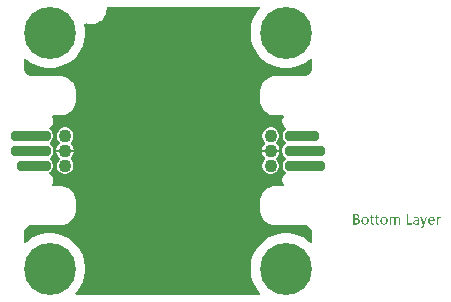
<source format=gbl>
G04*
G04 #@! TF.GenerationSoftware,Altium Limited,Altium Designer,22.4.2 (48)*
G04*
G04 Layer_Physical_Order=2*
G04 Layer_Color=16711680*
%FSAX44Y44*%
%MOMM*%
G71*
G04*
G04 #@! TF.SameCoordinates,3CED078E-C40B-4900-A66E-FCBC5E85EC31*
G04*
G04*
G04 #@! TF.FilePolarity,Positive*
G04*
G01*
G75*
%ADD13C,0.2000*%
%ADD19C,1.1000*%
%ADD24C,4.4000*%
%ADD25C,0.6000*%
G04:AMPARAMS|DCode=26|XSize=0.9mm|YSize=3.4mm|CornerRadius=0.351mm|HoleSize=0mm|Usage=FLASHONLY|Rotation=90.000|XOffset=0mm|YOffset=0mm|HoleType=Round|Shape=RoundedRectangle|*
%AMROUNDEDRECTD26*
21,1,0.9000,2.6980,0,0,90.0*
21,1,0.1980,3.4000,0,0,90.0*
1,1,0.7020,1.3490,0.0990*
1,1,0.7020,1.3490,-0.0990*
1,1,0.7020,-1.3490,-0.0990*
1,1,0.7020,-1.3490,0.0990*
%
%ADD26ROUNDEDRECTD26*%
G04:AMPARAMS|DCode=27|XSize=0.9mm|YSize=2.9mm|CornerRadius=0.351mm|HoleSize=0mm|Usage=FLASHONLY|Rotation=90.000|XOffset=0mm|YOffset=0mm|HoleType=Round|Shape=RoundedRectangle|*
%AMROUNDEDRECTD27*
21,1,0.9000,2.1980,0,0,90.0*
21,1,0.1980,2.9000,0,0,90.0*
1,1,0.7020,1.0990,0.0990*
1,1,0.7020,1.0990,-0.0990*
1,1,0.7020,-1.0990,-0.0990*
1,1,0.7020,-1.0990,0.0990*
%
%ADD27ROUNDEDRECTD27*%
G36*
X00078342Y00120768D02*
X00077117Y00119544D01*
X00074342Y00115723D01*
X00072198Y00111516D01*
X00070739Y00107025D01*
X00070000Y00102361D01*
X00070000Y00097639D01*
X00070739Y00092975D01*
X00072198Y00088484D01*
X00074342Y00084277D01*
X00077117Y00080456D01*
X00080456Y00077117D01*
X00084277Y00074342D01*
X00088484Y00072198D01*
X00092975Y00070739D01*
X00097639Y00070000D01*
X00102361Y00070000D01*
X00107025Y00070739D01*
X00111516Y00072198D01*
X00115723Y00074342D01*
X00119544Y00077117D01*
X00120768Y00078342D01*
X00121941Y00077856D01*
X00121941Y00069316D01*
X00121675Y00067975D01*
X00121151Y00066712D01*
X00120392Y00065575D01*
X00119425Y00064608D01*
X00118288Y00063849D01*
X00117025Y00063325D01*
X00115684Y00063059D01*
X00091000Y00063059D01*
X00090925Y00063044D01*
X00090850Y00063055D01*
X00089870Y00063007D01*
X00089650Y00062952D01*
X00089423Y00062952D01*
X00087500Y00062569D01*
X00087222Y00062454D01*
X00086927Y00062395D01*
X00085116Y00061645D01*
X00084865Y00061478D01*
X00084587Y00061362D01*
X00082957Y00060273D01*
X00082744Y00060060D01*
X00082493Y00059893D01*
X00081107Y00058507D01*
X00080940Y00058256D01*
X00080727Y00058043D01*
X00079638Y00056413D01*
X00079522Y00056135D01*
X00079355Y00055884D01*
X00078605Y00054073D01*
X00078546Y00053778D01*
X00078431Y00053500D01*
X00078048Y00051577D01*
X00078048Y00051350D01*
X00077993Y00051130D01*
X00077945Y00050150D01*
X00077956Y00050076D01*
X00077941Y00050002D01*
X00077937Y00043002D01*
X00077946Y00042954D01*
X00077938Y00042906D01*
X00077968Y00041926D01*
X00078026Y00041678D01*
X00078026Y00041423D01*
X00078408Y00039500D01*
X00078524Y00039222D01*
X00078582Y00038926D01*
X00079332Y00037115D01*
X00079500Y00036865D01*
X00079615Y00036587D01*
X00080704Y00034957D01*
X00080917Y00034744D01*
X00081085Y00034493D01*
X00082471Y00033107D01*
X00082721Y00032940D01*
X00082934Y00032727D01*
X00084564Y00031637D01*
X00084843Y00031522D01*
X00085093Y00031355D01*
X00086904Y00030605D01*
X00087199Y00030546D01*
X00087478Y00030431D01*
X00089401Y00030048D01*
X00089627Y00030048D01*
X00089847Y00029993D01*
X00090828Y00029945D01*
X00090903Y00029956D01*
X00090977Y00029941D01*
X00097510Y00029941D01*
X00098189Y00028671D01*
X00097310Y00027357D01*
X00096842Y00025000D01*
X00097310Y00022643D01*
X00098645Y00020645D01*
X00100218Y00019595D01*
X00100277Y00019387D01*
X00100236Y00018233D01*
X00100218Y00018184D01*
X00098898Y00017302D01*
X00097791Y00015645D01*
X00097402Y00013690D01*
X00097402Y00011710D01*
X00097791Y00009755D01*
X00098898Y00008098D01*
X00100008Y00007356D01*
X00100056Y00007196D01*
X00099960Y00005913D01*
X00098538Y00004963D01*
X00097320Y00003140D01*
X00096892Y00000990D01*
X00096892Y-00000990D01*
X00097320Y-00003140D01*
X00098538Y-00004963D01*
X00099960Y-00005913D01*
X00100056Y-00007196D01*
X00100008Y-00007356D01*
X00098898Y-00008098D01*
X00097791Y-00009755D01*
X00097402Y-00011710D01*
X00097402Y-00013690D01*
X00097791Y-00015645D01*
X00098898Y-00017302D01*
X00100218Y-00018184D01*
X00100236Y-00018233D01*
X00100277Y-00019387D01*
X00100218Y-00019595D01*
X00098645Y-00020645D01*
X00097310Y-00022643D01*
X00096842Y-00025000D01*
X00097310Y-00027357D01*
X00098189Y-00028671D01*
X00097510Y-00029941D01*
X00091000Y-00029941D01*
X00090926Y-00029956D01*
X00090851Y-00029945D01*
X00089866Y-00029993D01*
X00089646Y-00030048D01*
X00089419Y-00030048D01*
X00087496Y-00030431D01*
X00087218Y-00030546D01*
X00086922Y-00030605D01*
X00085111Y-00031355D01*
X00084861Y-00031522D01*
X00084582Y-00031638D01*
X00082952Y-00032727D01*
X00082739Y-00032940D01*
X00082489Y-00033107D01*
X00081103Y-00034493D01*
X00080935Y-00034744D01*
X00080722Y-00034957D01*
X00079633Y-00036587D01*
X00079518Y-00036865D01*
X00079351Y-00037115D01*
X00078600Y-00038927D01*
X00078542Y-00039222D01*
X00078426Y-00039500D01*
X00078044Y-00041423D01*
X00078044Y-00041650D01*
X00077989Y-00041870D01*
X00077941Y-00042850D01*
X00077952Y-00042926D01*
X00077937Y-00043002D01*
X00077941Y-00050002D01*
X00077956Y-00050076D01*
X00077945Y-00050150D01*
X00077993Y-00051130D01*
X00078048Y-00051350D01*
X00078048Y-00051577D01*
X00078431Y-00053500D01*
X00078546Y-00053778D01*
X00078605Y-00054073D01*
X00079355Y-00055884D01*
X00079522Y-00056135D01*
X00079638Y-00056413D01*
X00080727Y-00058043D01*
X00080940Y-00058256D01*
X00081107Y-00058507D01*
X00082493Y-00059893D01*
X00082744Y-00060060D01*
X00082957Y-00060273D01*
X00084587Y-00061362D01*
X00084865Y-00061478D01*
X00085116Y-00061645D01*
X00086927Y-00062395D01*
X00087222Y-00062454D01*
X00087500Y-00062569D01*
X00089423Y-00062952D01*
X00089650Y-00062952D01*
X00089870Y-00063007D01*
X00090850Y-00063055D01*
X00090925Y-00063044D01*
X00091000Y-00063059D01*
X00115000Y-00063059D01*
X00115684Y-00063059D01*
X00117025Y-00063325D01*
X00118288Y-00063849D01*
X00119425Y-00064608D01*
X00120392Y-00065575D01*
X00121151Y-00066712D01*
X00121675Y-00067975D01*
X00121941Y-00069316D01*
X00121941Y-00070000D01*
X00121941Y-00077856D01*
X00120768Y-00078342D01*
X00119544Y-00077117D01*
X00115723Y-00074342D01*
X00111516Y-00072198D01*
X00107025Y-00070739D01*
X00102361Y-00070000D01*
X00097639Y-00070000D01*
X00092975Y-00070739D01*
X00088484Y-00072198D01*
X00084277Y-00074342D01*
X00080456Y-00077117D01*
X00077117Y-00080456D01*
X00074342Y-00084277D01*
X00072198Y-00088484D01*
X00070739Y-00092975D01*
X00070000Y-00097639D01*
X00070000Y-00102361D01*
X00070739Y-00107025D01*
X00072198Y-00111516D01*
X00074342Y-00115723D01*
X00077117Y-00119544D01*
X00078342Y-00120768D01*
X00077856Y-00121941D01*
X-00077856Y-00121941D01*
X-00078342Y-00120768D01*
X-00077117Y-00119544D01*
X-00074342Y-00115723D01*
X-00072198Y-00111516D01*
X-00070739Y-00107025D01*
X-00070000Y-00102361D01*
X-00070000Y-00097639D01*
X-00070739Y-00092975D01*
X-00072198Y-00088484D01*
X-00074342Y-00084277D01*
X-00077117Y-00080456D01*
X-00080456Y-00077117D01*
X-00084277Y-00074342D01*
X-00088484Y-00072198D01*
X-00092975Y-00070739D01*
X-00097639Y-00070000D01*
X-00102361Y-00070000D01*
X-00107025Y-00070739D01*
X-00111516Y-00072198D01*
X-00115723Y-00074342D01*
X-00119544Y-00077117D01*
X-00120768Y-00078342D01*
X-00121941Y-00077856D01*
X-00121941Y-00069880D01*
X-00121941Y-00069879D01*
X-00121941Y-00069316D01*
X-00121675Y-00067975D01*
X-00121152Y-00066712D01*
X-00120392Y-00065575D01*
X-00119425Y-00064608D01*
X-00118288Y-00063849D01*
X-00117025Y-00063325D01*
X-00115684Y-00063059D01*
X-00091000Y-00063059D01*
X-00090925Y-00063044D01*
X-00090850Y-00063055D01*
X-00089870Y-00063007D01*
X-00089650Y-00062952D01*
X-00089423Y-00062952D01*
X-00087500Y-00062569D01*
X-00087222Y-00062454D01*
X-00086927Y-00062395D01*
X-00085116Y-00061645D01*
X-00084865Y-00061478D01*
X-00084587Y-00061362D01*
X-00082957Y-00060273D01*
X-00082744Y-00060060D01*
X-00082493Y-00059893D01*
X-00081107Y-00058507D01*
X-00080940Y-00058256D01*
X-00080727Y-00058043D01*
X-00079638Y-00056413D01*
X-00079522Y-00056135D01*
X-00079355Y-00055884D01*
X-00078605Y-00054073D01*
X-00078546Y-00053778D01*
X-00078431Y-00053499D01*
X-00078048Y-00051577D01*
X-00078048Y-00051350D01*
X-00077993Y-00051130D01*
X-00077945Y-00050150D01*
X-00077956Y-00050075D01*
X-00077941Y-00050000D01*
X-00077941Y-00043000D01*
X-00077956Y-00042925D01*
X-00077945Y-00042850D01*
X-00077993Y-00041870D01*
X-00078048Y-00041650D01*
X-00078048Y-00041423D01*
X-00078431Y-00039501D01*
X-00078546Y-00039222D01*
X-00078605Y-00038927D01*
X-00079355Y-00037116D01*
X-00079523Y-00036865D01*
X-00079638Y-00036587D01*
X-00080727Y-00034957D01*
X-00080940Y-00034744D01*
X-00081107Y-00034493D01*
X-00082493Y-00033107D01*
X-00082744Y-00032940D01*
X-00082957Y-00032727D01*
X-00084587Y-00031638D01*
X-00084865Y-00031522D01*
X-00085116Y-00031355D01*
X-00086927Y-00030605D01*
X-00087222Y-00030546D01*
X-00087501Y-00030431D01*
X-00089423Y-00030048D01*
X-00089650Y-00030048D01*
X-00089870Y-00029993D01*
X-00090850Y-00029945D01*
X-00090925Y-00029956D01*
X-00091000Y-00029941D01*
X-00097510Y-00029941D01*
X-00098189Y-00028671D01*
X-00097311Y-00027357D01*
X-00096842Y-00025000D01*
X-00097311Y-00022643D01*
X-00098645Y-00020645D01*
X-00100218Y-00019595D01*
X-00100277Y-00019387D01*
X-00100237Y-00018233D01*
X-00100218Y-00018184D01*
X-00098898Y-00017302D01*
X-00097791Y-00015645D01*
X-00097402Y-00013690D01*
X-00097402Y-00011710D01*
X-00097791Y-00009755D01*
X-00098898Y-00008098D01*
X-00100008Y-00007356D01*
X-00100056Y-00007196D01*
X-00099960Y-00005913D01*
X-00098538Y-00004963D01*
X-00097320Y-00003140D01*
X-00096892Y-00000990D01*
X-00096892Y00000990D01*
X-00097320Y00003140D01*
X-00098538Y00004963D01*
X-00099960Y00005913D01*
X-00100056Y00007196D01*
X-00100008Y00007356D01*
X-00098898Y00008098D01*
X-00097791Y00009755D01*
X-00097402Y00011710D01*
X-00097402Y00013690D01*
X-00097791Y00015645D01*
X-00098898Y00017302D01*
X-00100218Y00018184D01*
X-00100237Y00018233D01*
X-00100277Y00019387D01*
X-00100218Y00019595D01*
X-00098645Y00020645D01*
X-00097311Y00022643D01*
X-00096842Y00025000D01*
X-00097311Y00027357D01*
X-00098189Y00028671D01*
X-00097510Y00029941D01*
X-00091000Y00029941D01*
X-00090925Y00029956D01*
X-00090850Y00029945D01*
X-00089870Y00029993D01*
X-00089650Y00030048D01*
X-00089423Y00030048D01*
X-00087501Y00030431D01*
X-00087222Y00030546D01*
X-00086927Y00030605D01*
X-00085116Y00031355D01*
X-00084865Y00031522D01*
X-00084587Y00031638D01*
X-00082957Y00032727D01*
X-00082744Y00032940D01*
X-00082493Y00033107D01*
X-00081107Y00034493D01*
X-00080940Y00034744D01*
X-00080727Y00034957D01*
X-00079638Y00036587D01*
X-00079522Y00036865D01*
X-00079355Y00037115D01*
X-00078605Y00038927D01*
X-00078546Y00039222D01*
X-00078431Y00039500D01*
X-00078048Y00041423D01*
X-00078048Y00041650D01*
X-00077993Y00041870D01*
X-00077945Y00042850D01*
X-00077956Y00042925D01*
X-00077941Y00043000D01*
X-00077941Y00050000D01*
X-00077956Y00050075D01*
X-00077945Y00050150D01*
X-00077993Y00051130D01*
X-00078048Y00051350D01*
X-00078048Y00051577D01*
X-00078431Y00053500D01*
X-00078546Y00053778D01*
X-00078605Y00054073D01*
X-00079355Y00055884D01*
X-00079522Y00056135D01*
X-00079638Y00056413D01*
X-00080727Y00058043D01*
X-00080940Y00058256D01*
X-00081107Y00058507D01*
X-00082493Y00059893D01*
X-00082744Y00060060D01*
X-00082957Y00060273D01*
X-00084587Y00061362D01*
X-00084865Y00061478D01*
X-00085116Y00061645D01*
X-00086927Y00062395D01*
X-00087222Y00062454D01*
X-00087500Y00062569D01*
X-00089423Y00062952D01*
X-00089650Y00062952D01*
X-00089870Y00063007D01*
X-00090850Y00063055D01*
X-00090925Y00063044D01*
X-00091000Y00063059D01*
X-00115684Y00063059D01*
X-00117025Y00063325D01*
X-00118288Y00063849D01*
X-00119425Y00064608D01*
X-00120392Y00065575D01*
X-00121152Y00066712D01*
X-00121675Y00067975D01*
X-00121941Y00069316D01*
X-00121941Y00069879D01*
X-00121941Y00069880D01*
X-00121941Y00077856D01*
X-00120768Y00078342D01*
X-00119544Y00077117D01*
X-00115723Y00074342D01*
X-00111516Y00072198D01*
X-00107025Y00070739D01*
X-00102361Y00070000D01*
X-00097639Y00070000D01*
X-00092975Y00070739D01*
X-00088484Y00072198D01*
X-00084277Y00074342D01*
X-00080456Y00077117D01*
X-00077117Y00080456D01*
X-00074342Y00084277D01*
X-00072198Y00088484D01*
X-00070739Y00092975D01*
X-00070000Y00097639D01*
X-00070000Y00102361D01*
X-00070718Y00106894D01*
X-00070425Y00107325D01*
X-00069665Y00107830D01*
X-00069619Y00107807D01*
X-00067097Y00107131D01*
X-00066698Y00107105D01*
X-00066305Y00107027D01*
X-00063695Y00107027D01*
X-00063302Y00107105D01*
X-00062903Y00107131D01*
X-00060382Y00107807D01*
X-00060023Y00107984D01*
X-00059644Y00108112D01*
X-00057383Y00109418D01*
X-00057082Y00109682D01*
X-00056750Y00109904D01*
X-00054904Y00111750D01*
X-00054681Y00112083D01*
X-00054418Y00112383D01*
X-00053112Y00114644D01*
X-00052984Y00115023D01*
X-00052807Y00115382D01*
X-00052131Y00117903D01*
X-00052112Y00118204D01*
X-00052034Y00118495D01*
X-00051948Y00119800D01*
X-00051961Y00119901D01*
X-00051941Y00120000D01*
X-00051941Y00121941D01*
X00077856Y00121941D01*
X00078342Y00120768D01*
X00078342Y00120768D02*
G37*
G36*
X00194783Y-00055988D02*
X00194830Y-00055988D01*
X00194885Y-00055995D01*
X00195019Y-00056019D01*
X00195176Y-00056058D01*
X00195356Y-00056113D01*
X00195544Y-00056200D01*
X00195741Y-00056302D01*
X00195843Y-00056372D01*
X00195937Y-00056443D01*
X00196031Y-00056521D01*
X00196125Y-00056616D01*
X00196219Y-00056718D01*
X00196306Y-00056828D01*
X00196384Y-00056945D01*
X00196463Y-00057079D01*
X00196533Y-00057220D01*
X00196596Y-00057377D01*
X00196651Y-00057542D01*
X00196706Y-00057722D01*
X00196737Y-00057911D01*
X00196769Y-00058123D01*
X00196784Y-00058342D01*
X00196792Y-00058578D01*
X00196792Y-00062502D01*
X00195772Y-00062502D01*
X00195772Y-00058845D01*
X00195772Y-00058829D01*
X00195772Y-00058797D01*
X00195772Y-00058743D01*
X00195764Y-00058672D01*
X00195764Y-00058586D01*
X00195756Y-00058484D01*
X00195749Y-00058374D01*
X00195733Y-00058256D01*
X00195694Y-00058005D01*
X00195631Y-00057754D01*
X00195599Y-00057628D01*
X00195552Y-00057518D01*
X00195497Y-00057408D01*
X00195442Y-00057314D01*
X00195442Y-00057306D01*
X00195427Y-00057291D01*
X00195411Y-00057267D01*
X00195380Y-00057243D01*
X00195348Y-00057204D01*
X00195301Y-00057165D01*
X00195246Y-00057126D01*
X00195183Y-00057079D01*
X00195113Y-00057032D01*
X00195034Y-00056992D01*
X00194940Y-00056953D01*
X00194846Y-00056914D01*
X00194736Y-00056890D01*
X00194611Y-00056867D01*
X00194485Y-00056851D01*
X00194344Y-00056843D01*
X00194281Y-00056843D01*
X00194234Y-00056851D01*
X00194179Y-00056859D01*
X00194116Y-00056875D01*
X00193959Y-00056914D01*
X00193873Y-00056945D01*
X00193786Y-00056992D01*
X00193692Y-00057039D01*
X00193606Y-00057094D01*
X00193512Y-00057165D01*
X00193417Y-00057243D01*
X00193323Y-00057338D01*
X00193237Y-00057440D01*
X00193229Y-00057448D01*
X00193221Y-00057463D01*
X00193198Y-00057502D01*
X00193166Y-00057542D01*
X00193135Y-00057604D01*
X00193096Y-00057675D01*
X00193049Y-00057754D01*
X00193009Y-00057840D01*
X00192970Y-00057942D01*
X00192923Y-00058052D01*
X00192884Y-00058170D01*
X00192852Y-00058295D01*
X00192821Y-00058429D01*
X00192805Y-00058570D01*
X00192790Y-00058711D01*
X00192782Y-00058868D01*
X00192782Y-00062502D01*
X00191761Y-00062502D01*
X00191761Y-00058719D01*
X00191761Y-00058711D01*
X00191761Y-00058696D01*
X00191761Y-00058672D01*
X00191761Y-00058640D01*
X00191754Y-00058593D01*
X00191754Y-00058546D01*
X00191738Y-00058429D01*
X00191714Y-00058287D01*
X00191683Y-00058123D01*
X00191644Y-00057958D01*
X00191581Y-00057777D01*
X00191502Y-00057604D01*
X00191408Y-00057440D01*
X00191290Y-00057275D01*
X00191149Y-00057134D01*
X00190984Y-00057016D01*
X00190890Y-00056969D01*
X00190788Y-00056922D01*
X00190678Y-00056890D01*
X00190568Y-00056867D01*
X00190443Y-00056851D01*
X00190309Y-00056843D01*
X00190247Y-00056843D01*
X00190200Y-00056851D01*
X00190137Y-00056859D01*
X00190074Y-00056875D01*
X00189917Y-00056914D01*
X00189831Y-00056945D01*
X00189744Y-00056985D01*
X00189650Y-00057024D01*
X00189556Y-00057079D01*
X00189462Y-00057149D01*
X00189368Y-00057220D01*
X00189281Y-00057306D01*
X00189195Y-00057408D01*
X00189187Y-00057416D01*
X00189179Y-00057432D01*
X00189156Y-00057463D01*
X00189124Y-00057510D01*
X00189093Y-00057565D01*
X00189062Y-00057628D01*
X00189022Y-00057706D01*
X00188983Y-00057801D01*
X00188936Y-00057903D01*
X00188897Y-00058013D01*
X00188865Y-00058130D01*
X00188834Y-00058256D01*
X00188803Y-00058397D01*
X00188779Y-00058546D01*
X00188771Y-00058703D01*
X00188763Y-00058868D01*
X00188763Y-00062502D01*
X00187743Y-00062502D01*
X00187743Y-00056129D01*
X00188763Y-00056129D01*
X00188763Y-00057141D01*
X00188787Y-00057141D01*
X00188795Y-00057126D01*
X00188818Y-00057094D01*
X00188857Y-00057032D01*
X00188912Y-00056961D01*
X00188983Y-00056875D01*
X00189069Y-00056773D01*
X00189171Y-00056670D01*
X00189289Y-00056561D01*
X00189422Y-00056451D01*
X00189572Y-00056349D01*
X00189736Y-00056247D01*
X00189909Y-00056160D01*
X00190105Y-00056090D01*
X00190317Y-00056027D01*
X00190537Y-00055995D01*
X00190772Y-00055980D01*
X00190835Y-00055980D01*
X00190882Y-00055988D01*
X00190937Y-00055988D01*
X00191008Y-00055995D01*
X00191079Y-00056011D01*
X00191157Y-00056027D01*
X00191338Y-00056066D01*
X00191526Y-00056137D01*
X00191714Y-00056223D01*
X00191808Y-00056286D01*
X00191903Y-00056349D01*
X00191910Y-00056357D01*
X00191926Y-00056364D01*
X00191950Y-00056388D01*
X00191981Y-00056411D01*
X00192068Y-00056498D01*
X00192169Y-00056600D01*
X00192279Y-00056741D01*
X00192389Y-00056906D01*
X00192491Y-00057094D01*
X00192570Y-00057306D01*
X00192578Y-00057291D01*
X00192601Y-00057251D01*
X00192648Y-00057181D01*
X00192703Y-00057102D01*
X00192782Y-00057000D01*
X00192868Y-00056882D01*
X00192978Y-00056765D01*
X00193104Y-00056639D01*
X00193245Y-00056521D01*
X00193402Y-00056396D01*
X00193574Y-00056286D01*
X00193763Y-00056184D01*
X00193975Y-00056105D01*
X00194195Y-00056035D01*
X00194438Y-00055995D01*
X00194689Y-00055980D01*
X00194744Y-00055980D01*
X00194783Y-00055988D01*
X00194783Y-00055988D02*
G37*
G36*
X00230384Y-00056027D02*
X00230471Y-00056027D01*
X00230565Y-00056043D01*
X00230667Y-00056058D01*
X00230769Y-00056074D01*
X00230855Y-00056105D01*
X00230855Y-00057165D01*
X00230840Y-00057157D01*
X00230808Y-00057134D01*
X00230745Y-00057102D01*
X00230659Y-00057063D01*
X00230541Y-00057024D01*
X00230416Y-00056992D01*
X00230259Y-00056969D01*
X00230078Y-00056961D01*
X00230016Y-00056961D01*
X00229968Y-00056969D01*
X00229914Y-00056977D01*
X00229851Y-00056992D01*
X00229701Y-00057039D01*
X00229615Y-00057071D01*
X00229529Y-00057110D01*
X00229435Y-00057165D01*
X00229340Y-00057220D01*
X00229254Y-00057291D01*
X00229160Y-00057377D01*
X00229074Y-00057471D01*
X00228987Y-00057581D01*
X00228979Y-00057589D01*
X00228972Y-00057612D01*
X00228948Y-00057644D01*
X00228917Y-00057691D01*
X00228885Y-00057754D01*
X00228846Y-00057832D01*
X00228807Y-00057919D01*
X00228768Y-00058021D01*
X00228728Y-00058130D01*
X00228689Y-00058256D01*
X00228650Y-00058397D01*
X00228618Y-00058546D01*
X00228587Y-00058711D01*
X00228563Y-00058884D01*
X00228556Y-00059064D01*
X00228548Y-00059261D01*
X00228548Y-00062502D01*
X00227528Y-00062502D01*
X00227528Y-00056129D01*
X00228548Y-00056129D01*
X00228548Y-00057448D01*
X00228571Y-00057448D01*
X00228571Y-00057440D01*
X00228579Y-00057416D01*
X00228595Y-00057385D01*
X00228611Y-00057338D01*
X00228634Y-00057283D01*
X00228666Y-00057212D01*
X00228736Y-00057063D01*
X00228830Y-00056890D01*
X00228948Y-00056718D01*
X00229081Y-00056553D01*
X00229238Y-00056396D01*
X00229246Y-00056388D01*
X00229262Y-00056380D01*
X00229286Y-00056364D01*
X00229317Y-00056333D01*
X00229356Y-00056309D01*
X00229411Y-00056278D01*
X00229529Y-00056207D01*
X00229678Y-00056137D01*
X00229851Y-00056074D01*
X00230039Y-00056035D01*
X00230141Y-00056027D01*
X00230243Y-00056019D01*
X00230306Y-00056019D01*
X00230384Y-00056027D01*
X00230384Y-00056027D02*
G37*
G36*
X00216838Y-00063522D02*
X00216838Y-00063530D01*
X00216830Y-00063546D01*
X00216814Y-00063569D01*
X00216798Y-00063609D01*
X00216783Y-00063656D01*
X00216759Y-00063703D01*
X00216696Y-00063828D01*
X00216610Y-00063978D01*
X00216516Y-00064150D01*
X00216398Y-00064323D01*
X00216265Y-00064511D01*
X00216116Y-00064692D01*
X00215951Y-00064872D01*
X00215770Y-00065045D01*
X00215574Y-00065194D01*
X00215362Y-00065320D01*
X00215252Y-00065367D01*
X00215135Y-00065414D01*
X00215017Y-00065453D01*
X00214891Y-00065477D01*
X00214766Y-00065492D01*
X00214632Y-00065500D01*
X00214569Y-00065500D01*
X00214491Y-00065492D01*
X00214397Y-00065492D01*
X00214295Y-00065477D01*
X00214185Y-00065461D01*
X00214067Y-00065445D01*
X00213965Y-00065414D01*
X00213965Y-00064503D01*
X00213981Y-00064511D01*
X00214020Y-00064519D01*
X00214083Y-00064535D01*
X00214161Y-00064558D01*
X00214256Y-00064582D01*
X00214357Y-00064598D01*
X00214467Y-00064605D01*
X00214569Y-00064613D01*
X00214601Y-00064613D01*
X00214640Y-00064605D01*
X00214695Y-00064598D01*
X00214758Y-00064582D01*
X00214836Y-00064566D01*
X00214915Y-00064535D01*
X00215009Y-00064496D01*
X00215095Y-00064448D01*
X00215197Y-00064386D01*
X00215292Y-00064315D01*
X00215386Y-00064229D01*
X00215480Y-00064119D01*
X00215574Y-00064001D01*
X00215653Y-00063860D01*
X00215731Y-00063695D01*
X00216241Y-00062494D01*
X00213753Y-00056129D01*
X00214883Y-00056129D01*
X00216610Y-00061034D01*
X00216610Y-00061042D01*
X00216618Y-00061058D01*
X00216626Y-00061081D01*
X00216642Y-00061129D01*
X00216657Y-00061191D01*
X00216673Y-00061278D01*
X00216704Y-00061388D01*
X00216736Y-00061521D01*
X00216775Y-00061521D01*
X00216775Y-00061513D01*
X00216783Y-00061490D01*
X00216791Y-00061458D01*
X00216806Y-00061403D01*
X00216822Y-00061340D01*
X00216838Y-00061262D01*
X00216869Y-00061160D01*
X00216901Y-00061050D01*
X00218713Y-00056129D01*
X00219765Y-00056129D01*
X00216838Y-00063522D01*
X00216838Y-00063522D02*
G37*
G36*
X00210622Y-00055988D02*
X00210676Y-00055988D01*
X00210732Y-00055995D01*
X00210802Y-00056003D01*
X00210881Y-00056019D01*
X00211045Y-00056051D01*
X00211242Y-00056105D01*
X00211438Y-00056176D01*
X00211650Y-00056278D01*
X00211862Y-00056404D01*
X00211964Y-00056474D01*
X00212066Y-00056561D01*
X00212160Y-00056655D01*
X00212254Y-00056749D01*
X00212340Y-00056859D01*
X00212419Y-00056985D01*
X00212497Y-00057110D01*
X00212568Y-00057251D01*
X00212623Y-00057408D01*
X00212678Y-00057573D01*
X00212717Y-00057746D01*
X00212749Y-00057942D01*
X00212764Y-00058138D01*
X00212772Y-00058358D01*
X00212772Y-00062502D01*
X00211752Y-00062502D01*
X00211752Y-00061513D01*
X00211728Y-00061513D01*
X00211720Y-00061529D01*
X00211697Y-00061560D01*
X00211658Y-00061615D01*
X00211603Y-00061694D01*
X00211532Y-00061780D01*
X00211446Y-00061874D01*
X00211352Y-00061976D01*
X00211234Y-00062078D01*
X00211100Y-00062188D01*
X00210959Y-00062290D01*
X00210794Y-00062384D01*
X00210622Y-00062471D01*
X00210425Y-00062549D01*
X00210221Y-00062604D01*
X00210002Y-00062635D01*
X00209766Y-00062651D01*
X00209672Y-00062651D01*
X00209609Y-00062643D01*
X00209531Y-00062635D01*
X00209436Y-00062628D01*
X00209334Y-00062612D01*
X00209224Y-00062588D01*
X00208981Y-00062526D01*
X00208864Y-00062486D01*
X00208738Y-00062439D01*
X00208612Y-00062384D01*
X00208495Y-00062314D01*
X00208385Y-00062235D01*
X00208275Y-00062149D01*
X00208267Y-00062141D01*
X00208251Y-00062125D01*
X00208228Y-00062094D01*
X00208188Y-00062055D01*
X00208149Y-00062008D01*
X00208110Y-00061945D01*
X00208055Y-00061874D01*
X00208008Y-00061796D01*
X00207961Y-00061701D01*
X00207914Y-00061599D01*
X00207867Y-00061490D01*
X00207827Y-00061372D01*
X00207788Y-00061246D01*
X00207765Y-00061113D01*
X00207749Y-00060964D01*
X00207741Y-00060815D01*
X00207741Y-00060807D01*
X00207741Y-00060791D01*
X00207741Y-00060767D01*
X00207749Y-00060736D01*
X00207749Y-00060697D01*
X00207757Y-00060650D01*
X00207773Y-00060532D01*
X00207804Y-00060391D01*
X00207851Y-00060234D01*
X00207914Y-00060061D01*
X00208008Y-00059881D01*
X00208118Y-00059700D01*
X00208251Y-00059520D01*
X00208338Y-00059433D01*
X00208424Y-00059347D01*
X00208526Y-00059261D01*
X00208628Y-00059182D01*
X00208746Y-00059104D01*
X00208871Y-00059033D01*
X00209005Y-00058970D01*
X00209154Y-00058907D01*
X00209311Y-00058852D01*
X00209476Y-00058805D01*
X00209656Y-00058766D01*
X00209845Y-00058735D01*
X00211752Y-00058468D01*
X00211752Y-00058460D01*
X00211752Y-00058452D01*
X00211752Y-00058429D01*
X00211752Y-00058397D01*
X00211744Y-00058319D01*
X00211728Y-00058217D01*
X00211713Y-00058091D01*
X00211681Y-00057950D01*
X00211642Y-00057809D01*
X00211587Y-00057652D01*
X00211516Y-00057502D01*
X00211430Y-00057353D01*
X00211328Y-00057220D01*
X00211202Y-00057094D01*
X00211045Y-00056992D01*
X00210873Y-00056914D01*
X00210779Y-00056882D01*
X00210669Y-00056859D01*
X00210559Y-00056851D01*
X00210441Y-00056843D01*
X00210386Y-00056843D01*
X00210331Y-00056851D01*
X00210245Y-00056859D01*
X00210143Y-00056867D01*
X00210025Y-00056882D01*
X00209892Y-00056906D01*
X00209750Y-00056937D01*
X00209593Y-00056985D01*
X00209429Y-00057032D01*
X00209256Y-00057094D01*
X00209075Y-00057173D01*
X00208895Y-00057267D01*
X00208714Y-00057369D01*
X00208534Y-00057487D01*
X00208361Y-00057628D01*
X00208361Y-00056584D01*
X00208369Y-00056576D01*
X00208400Y-00056561D01*
X00208455Y-00056529D01*
X00208526Y-00056490D01*
X00208620Y-00056443D01*
X00208722Y-00056396D01*
X00208848Y-00056341D01*
X00208989Y-00056278D01*
X00209138Y-00056223D01*
X00209303Y-00056168D01*
X00209484Y-00056121D01*
X00209672Y-00056074D01*
X00209876Y-00056035D01*
X00210080Y-00056003D01*
X00210300Y-00055988D01*
X00210527Y-00055980D01*
X00210582Y-00055980D01*
X00210622Y-00055988D01*
X00210622Y-00055988D02*
G37*
G36*
X00203401Y-00061560D02*
X00206988Y-00061560D01*
X00206988Y-00062502D01*
X00202357Y-00062502D01*
X00202357Y-00053578D01*
X00203401Y-00053578D01*
X00203401Y-00061560D01*
X00203401Y-00061560D02*
G37*
G36*
X00159731Y-00053586D02*
X00159825Y-00053594D01*
X00159935Y-00053610D01*
X00160061Y-00053625D01*
X00160202Y-00053649D01*
X00160343Y-00053680D01*
X00160493Y-00053720D01*
X00160650Y-00053766D01*
X00160799Y-00053822D01*
X00160956Y-00053884D01*
X00161097Y-00053963D01*
X00161238Y-00054049D01*
X00161372Y-00054151D01*
X00161380Y-00054159D01*
X00161403Y-00054175D01*
X00161434Y-00054206D01*
X00161474Y-00054253D01*
X00161529Y-00054308D01*
X00161583Y-00054379D01*
X00161646Y-00054457D01*
X00161709Y-00054544D01*
X00161772Y-00054646D01*
X00161835Y-00054756D01*
X00161890Y-00054881D01*
X00161945Y-00055007D01*
X00161984Y-00055148D01*
X00162015Y-00055297D01*
X00162039Y-00055454D01*
X00162047Y-00055619D01*
X00162047Y-00055627D01*
X00162047Y-00055650D01*
X00162047Y-00055689D01*
X00162039Y-00055744D01*
X00162031Y-00055815D01*
X00162023Y-00055886D01*
X00162015Y-00055972D01*
X00161999Y-00056066D01*
X00161945Y-00056278D01*
X00161874Y-00056498D01*
X00161827Y-00056616D01*
X00161772Y-00056726D01*
X00161709Y-00056835D01*
X00161639Y-00056945D01*
X00161631Y-00056953D01*
X00161623Y-00056969D01*
X00161599Y-00057000D01*
X00161560Y-00057039D01*
X00161521Y-00057079D01*
X00161474Y-00057134D01*
X00161411Y-00057189D01*
X00161348Y-00057251D01*
X00161270Y-00057314D01*
X00161183Y-00057385D01*
X00161089Y-00057448D01*
X00160987Y-00057518D01*
X00160877Y-00057581D01*
X00160767Y-00057636D01*
X00160508Y-00057738D01*
X00160508Y-00057762D01*
X00160516Y-00057762D01*
X00160548Y-00057769D01*
X00160595Y-00057777D01*
X00160657Y-00057785D01*
X00160736Y-00057801D01*
X00160822Y-00057824D01*
X00160924Y-00057856D01*
X00161026Y-00057887D01*
X00161254Y-00057973D01*
X00161380Y-00058028D01*
X00161497Y-00058099D01*
X00161615Y-00058170D01*
X00161733Y-00058248D01*
X00161850Y-00058342D01*
X00161952Y-00058444D01*
X00161960Y-00058452D01*
X00161976Y-00058468D01*
X00161999Y-00058499D01*
X00162039Y-00058546D01*
X00162078Y-00058609D01*
X00162125Y-00058672D01*
X00162172Y-00058758D01*
X00162227Y-00058845D01*
X00162274Y-00058947D01*
X00162321Y-00059064D01*
X00162368Y-00059182D01*
X00162408Y-00059316D01*
X00162447Y-00059465D01*
X00162470Y-00059614D01*
X00162486Y-00059771D01*
X00162494Y-00059943D01*
X00162494Y-00059959D01*
X00162494Y-00059991D01*
X00162486Y-00060053D01*
X00162478Y-00060132D01*
X00162470Y-00060234D01*
X00162447Y-00060344D01*
X00162423Y-00060469D01*
X00162392Y-00060603D01*
X00162345Y-00060752D01*
X00162290Y-00060901D01*
X00162227Y-00061050D01*
X00162149Y-00061207D01*
X00162055Y-00061364D01*
X00161945Y-00061513D01*
X00161819Y-00061654D01*
X00161670Y-00061796D01*
X00161662Y-00061803D01*
X00161631Y-00061827D01*
X00161583Y-00061858D01*
X00161521Y-00061905D01*
X00161442Y-00061961D01*
X00161340Y-00062015D01*
X00161230Y-00062086D01*
X00161105Y-00062149D01*
X00160956Y-00062212D01*
X00160799Y-00062274D01*
X00160634Y-00062337D01*
X00160445Y-00062392D01*
X00160249Y-00062439D01*
X00160045Y-00062471D01*
X00159825Y-00062494D01*
X00159598Y-00062502D01*
X00157000Y-00062502D01*
X00157000Y-00053578D01*
X00159645Y-00053578D01*
X00159731Y-00053586D01*
X00159731Y-00053586D02*
G37*
G36*
X00177304Y-00056129D02*
X00178913Y-00056129D01*
X00178913Y-00057008D01*
X00177304Y-00057008D01*
X00177304Y-00060595D01*
X00177304Y-00060603D01*
X00177304Y-00060626D01*
X00177304Y-00060658D01*
X00177304Y-00060697D01*
X00177312Y-00060752D01*
X00177320Y-00060815D01*
X00177336Y-00060948D01*
X00177359Y-00061105D01*
X00177398Y-00061254D01*
X00177453Y-00061395D01*
X00177485Y-00061458D01*
X00177524Y-00061513D01*
X00177532Y-00061521D01*
X00177563Y-00061552D01*
X00177618Y-00061599D01*
X00177697Y-00061646D01*
X00177799Y-00061701D01*
X00177924Y-00061741D01*
X00178074Y-00061772D01*
X00178246Y-00061788D01*
X00178309Y-00061788D01*
X00178380Y-00061780D01*
X00178474Y-00061764D01*
X00178576Y-00061733D01*
X00178694Y-00061701D01*
X00178803Y-00061646D01*
X00178913Y-00061576D01*
X00178913Y-00062447D01*
X00178905Y-00062447D01*
X00178898Y-00062455D01*
X00178874Y-00062463D01*
X00178850Y-00062478D01*
X00178764Y-00062510D01*
X00178662Y-00062541D01*
X00178521Y-00062573D01*
X00178356Y-00062604D01*
X00178168Y-00062628D01*
X00177956Y-00062635D01*
X00177885Y-00062635D01*
X00177799Y-00062620D01*
X00177697Y-00062604D01*
X00177571Y-00062580D01*
X00177430Y-00062533D01*
X00177273Y-00062478D01*
X00177124Y-00062400D01*
X00176967Y-00062306D01*
X00176810Y-00062180D01*
X00176669Y-00062031D01*
X00176606Y-00061945D01*
X00176543Y-00061851D01*
X00176488Y-00061749D01*
X00176441Y-00061639D01*
X00176394Y-00061521D01*
X00176355Y-00061388D01*
X00176323Y-00061254D01*
X00176300Y-00061105D01*
X00176292Y-00060948D01*
X00176284Y-00060775D01*
X00176284Y-00057008D01*
X00175193Y-00057008D01*
X00175193Y-00056129D01*
X00176284Y-00056129D01*
X00176284Y-00054575D01*
X00177304Y-00054245D01*
X00177304Y-00056129D01*
X00177304Y-00056129D02*
G37*
G36*
X00172988Y-00056129D02*
X00174597Y-00056129D01*
X00174597Y-00057008D01*
X00172988Y-00057008D01*
X00172988Y-00060595D01*
X00172988Y-00060603D01*
X00172988Y-00060626D01*
X00172988Y-00060658D01*
X00172988Y-00060697D01*
X00172995Y-00060752D01*
X00173003Y-00060815D01*
X00173019Y-00060948D01*
X00173043Y-00061105D01*
X00173082Y-00061254D01*
X00173137Y-00061395D01*
X00173168Y-00061458D01*
X00173207Y-00061513D01*
X00173215Y-00061521D01*
X00173247Y-00061552D01*
X00173302Y-00061599D01*
X00173380Y-00061646D01*
X00173482Y-00061701D01*
X00173608Y-00061741D01*
X00173757Y-00061772D01*
X00173929Y-00061788D01*
X00173992Y-00061788D01*
X00174063Y-00061780D01*
X00174157Y-00061764D01*
X00174259Y-00061733D01*
X00174377Y-00061701D01*
X00174487Y-00061646D01*
X00174597Y-00061576D01*
X00174597Y-00062447D01*
X00174589Y-00062447D01*
X00174581Y-00062455D01*
X00174557Y-00062463D01*
X00174534Y-00062478D01*
X00174447Y-00062510D01*
X00174345Y-00062541D01*
X00174204Y-00062573D01*
X00174039Y-00062604D01*
X00173851Y-00062628D01*
X00173639Y-00062635D01*
X00173568Y-00062635D01*
X00173482Y-00062620D01*
X00173380Y-00062604D01*
X00173254Y-00062580D01*
X00173113Y-00062533D01*
X00172956Y-00062478D01*
X00172807Y-00062400D01*
X00172650Y-00062306D01*
X00172493Y-00062180D01*
X00172352Y-00062031D01*
X00172289Y-00061945D01*
X00172226Y-00061851D01*
X00172171Y-00061749D01*
X00172124Y-00061639D01*
X00172077Y-00061521D01*
X00172038Y-00061388D01*
X00172006Y-00061254D01*
X00171983Y-00061105D01*
X00171975Y-00060948D01*
X00171967Y-00060775D01*
X00171967Y-00057008D01*
X00170876Y-00057008D01*
X00170876Y-00056129D01*
X00171967Y-00056129D01*
X00171967Y-00054575D01*
X00172988Y-00054245D01*
X00172988Y-00056129D01*
X00172988Y-00056129D02*
G37*
G36*
X00223486Y-00055988D02*
X00223572Y-00055995D01*
X00223682Y-00056003D01*
X00223799Y-00056019D01*
X00223933Y-00056051D01*
X00224074Y-00056082D01*
X00224231Y-00056121D01*
X00224388Y-00056176D01*
X00224545Y-00056247D01*
X00224710Y-00056325D01*
X00224867Y-00056419D01*
X00225016Y-00056529D01*
X00225165Y-00056655D01*
X00225299Y-00056796D01*
X00225306Y-00056804D01*
X00225330Y-00056835D01*
X00225361Y-00056882D01*
X00225408Y-00056945D01*
X00225455Y-00057024D01*
X00225518Y-00057126D01*
X00225581Y-00057243D01*
X00225644Y-00057377D01*
X00225707Y-00057534D01*
X00225769Y-00057699D01*
X00225832Y-00057887D01*
X00225879Y-00058083D01*
X00225926Y-00058303D01*
X00225958Y-00058531D01*
X00225981Y-00058782D01*
X00225989Y-00059041D01*
X00225989Y-00059574D01*
X00221484Y-00059574D01*
X00221484Y-00059590D01*
X00221484Y-00059622D01*
X00221492Y-00059676D01*
X00221500Y-00059747D01*
X00221508Y-00059841D01*
X00221523Y-00059943D01*
X00221539Y-00060053D01*
X00221570Y-00060179D01*
X00221641Y-00060446D01*
X00221688Y-00060579D01*
X00221743Y-00060720D01*
X00221806Y-00060854D01*
X00221877Y-00060987D01*
X00221963Y-00061105D01*
X00222057Y-00061223D01*
X00222065Y-00061231D01*
X00222081Y-00061246D01*
X00222112Y-00061278D01*
X00222159Y-00061309D01*
X00222214Y-00061356D01*
X00222285Y-00061403D01*
X00222363Y-00061458D01*
X00222449Y-00061505D01*
X00222551Y-00061560D01*
X00222669Y-00061615D01*
X00222787Y-00061662D01*
X00222928Y-00061709D01*
X00223069Y-00061741D01*
X00223227Y-00061772D01*
X00223391Y-00061788D01*
X00223564Y-00061796D01*
X00223611Y-00061796D01*
X00223666Y-00061788D01*
X00223745Y-00061788D01*
X00223839Y-00061772D01*
X00223948Y-00061756D01*
X00224074Y-00061733D01*
X00224215Y-00061709D01*
X00224364Y-00061670D01*
X00224522Y-00061623D01*
X00224686Y-00061568D01*
X00224851Y-00061497D01*
X00225024Y-00061419D01*
X00225196Y-00061325D01*
X00225369Y-00061215D01*
X00225542Y-00061089D01*
X00225542Y-00062047D01*
X00225534Y-00062055D01*
X00225502Y-00062070D01*
X00225455Y-00062102D01*
X00225393Y-00062141D01*
X00225306Y-00062188D01*
X00225204Y-00062235D01*
X00225087Y-00062290D01*
X00224953Y-00062345D01*
X00224796Y-00062408D01*
X00224631Y-00062463D01*
X00224451Y-00062510D01*
X00224255Y-00062557D01*
X00224043Y-00062596D01*
X00223815Y-00062628D01*
X00223572Y-00062643D01*
X00223321Y-00062651D01*
X00223258Y-00062651D01*
X00223195Y-00062643D01*
X00223101Y-00062635D01*
X00222983Y-00062628D01*
X00222850Y-00062604D01*
X00222708Y-00062580D01*
X00222551Y-00062541D01*
X00222387Y-00062494D01*
X00222214Y-00062439D01*
X00222034Y-00062369D01*
X00221861Y-00062290D01*
X00221680Y-00062188D01*
X00221516Y-00062070D01*
X00221351Y-00061937D01*
X00221201Y-00061788D01*
X00221194Y-00061780D01*
X00221170Y-00061749D01*
X00221131Y-00061694D01*
X00221084Y-00061623D01*
X00221021Y-00061537D01*
X00220958Y-00061427D01*
X00220888Y-00061301D01*
X00220817Y-00061152D01*
X00220746Y-00060995D01*
X00220676Y-00060807D01*
X00220613Y-00060610D01*
X00220550Y-00060391D01*
X00220503Y-00060155D01*
X00220464Y-00059904D01*
X00220440Y-00059629D01*
X00220432Y-00059347D01*
X00220432Y-00059339D01*
X00220432Y-00059331D01*
X00220432Y-00059308D01*
X00220432Y-00059284D01*
X00220440Y-00059206D01*
X00220448Y-00059096D01*
X00220456Y-00058970D01*
X00220479Y-00058829D01*
X00220503Y-00058664D01*
X00220534Y-00058484D01*
X00220581Y-00058295D01*
X00220636Y-00058099D01*
X00220707Y-00057895D01*
X00220786Y-00057691D01*
X00220880Y-00057495D01*
X00220997Y-00057291D01*
X00221123Y-00057102D01*
X00221272Y-00056922D01*
X00221280Y-00056914D01*
X00221311Y-00056882D01*
X00221359Y-00056835D01*
X00221421Y-00056773D01*
X00221508Y-00056702D01*
X00221610Y-00056623D01*
X00221719Y-00056537D01*
X00221853Y-00056451D01*
X00221994Y-00056364D01*
X00222159Y-00056278D01*
X00222332Y-00056200D01*
X00222512Y-00056129D01*
X00222708Y-00056066D01*
X00222920Y-00056019D01*
X00223140Y-00055988D01*
X00223368Y-00055980D01*
X00223423Y-00055980D01*
X00223486Y-00055988D01*
X00223486Y-00055988D02*
G37*
G36*
X00183222Y-00055988D02*
X00183324Y-00055995D01*
X00183442Y-00056003D01*
X00183583Y-00056027D01*
X00183732Y-00056051D01*
X00183897Y-00056090D01*
X00184078Y-00056137D01*
X00184258Y-00056192D01*
X00184439Y-00056262D01*
X00184627Y-00056349D01*
X00184808Y-00056451D01*
X00184988Y-00056568D01*
X00185153Y-00056702D01*
X00185310Y-00056859D01*
X00185318Y-00056867D01*
X00185341Y-00056898D01*
X00185380Y-00056953D01*
X00185435Y-00057024D01*
X00185498Y-00057110D01*
X00185561Y-00057220D01*
X00185639Y-00057345D01*
X00185710Y-00057495D01*
X00185789Y-00057659D01*
X00185859Y-00057840D01*
X00185922Y-00058036D01*
X00185985Y-00058256D01*
X00186040Y-00058491D01*
X00186079Y-00058743D01*
X00186103Y-00059009D01*
X00186110Y-00059292D01*
X00186110Y-00059300D01*
X00186110Y-00059308D01*
X00186110Y-00059331D01*
X00186110Y-00059363D01*
X00186103Y-00059441D01*
X00186095Y-00059543D01*
X00186087Y-00059676D01*
X00186063Y-00059826D01*
X00186040Y-00059991D01*
X00186000Y-00060171D01*
X00185954Y-00060359D01*
X00185898Y-00060563D01*
X00185828Y-00060767D01*
X00185749Y-00060972D01*
X00185647Y-00061176D01*
X00185530Y-00061372D01*
X00185396Y-00061560D01*
X00185247Y-00061741D01*
X00185239Y-00061749D01*
X00185208Y-00061780D01*
X00185161Y-00061827D01*
X00185090Y-00061882D01*
X00185004Y-00061953D01*
X00184902Y-00062031D01*
X00184776Y-00062110D01*
X00184635Y-00062196D01*
X00184478Y-00062282D01*
X00184305Y-00062361D01*
X00184117Y-00062439D01*
X00183913Y-00062510D01*
X00183685Y-00062565D01*
X00183450Y-00062612D01*
X00183206Y-00062643D01*
X00182940Y-00062651D01*
X00182877Y-00062651D01*
X00182806Y-00062643D01*
X00182704Y-00062635D01*
X00182586Y-00062628D01*
X00182445Y-00062604D01*
X00182296Y-00062580D01*
X00182131Y-00062541D01*
X00181951Y-00062494D01*
X00181770Y-00062431D01*
X00181582Y-00062361D01*
X00181393Y-00062274D01*
X00181205Y-00062172D01*
X00181017Y-00062055D01*
X00180844Y-00061921D01*
X00180679Y-00061764D01*
X00180671Y-00061756D01*
X00180640Y-00061725D01*
X00180601Y-00061670D01*
X00180546Y-00061599D01*
X00180483Y-00061513D01*
X00180412Y-00061403D01*
X00180342Y-00061278D01*
X00180263Y-00061129D01*
X00180185Y-00060972D01*
X00180106Y-00060791D01*
X00180036Y-00060595D01*
X00179973Y-00060383D01*
X00179918Y-00060163D01*
X00179879Y-00059920D01*
X00179847Y-00059661D01*
X00179839Y-00059394D01*
X00179839Y-00059386D01*
X00179839Y-00059378D01*
X00179839Y-00059355D01*
X00179839Y-00059323D01*
X00179847Y-00059237D01*
X00179855Y-00059127D01*
X00179863Y-00058994D01*
X00179886Y-00058837D01*
X00179910Y-00058664D01*
X00179949Y-00058476D01*
X00179996Y-00058280D01*
X00180051Y-00058075D01*
X00180122Y-00057863D01*
X00180208Y-00057652D01*
X00180310Y-00057448D01*
X00180420Y-00057251D01*
X00180554Y-00057063D01*
X00180711Y-00056882D01*
X00180718Y-00056875D01*
X00180750Y-00056843D01*
X00180805Y-00056796D01*
X00180875Y-00056741D01*
X00180962Y-00056670D01*
X00181072Y-00056600D01*
X00181197Y-00056514D01*
X00181339Y-00056427D01*
X00181495Y-00056349D01*
X00181676Y-00056262D01*
X00181872Y-00056192D01*
X00182084Y-00056121D01*
X00182312Y-00056066D01*
X00182555Y-00056019D01*
X00182814Y-00055988D01*
X00183089Y-00055980D01*
X00183151Y-00055980D01*
X00183222Y-00055988D01*
X00183222Y-00055988D02*
G37*
G36*
X00167117Y-00055988D02*
X00167219Y-00055995D01*
X00167337Y-00056003D01*
X00167478Y-00056027D01*
X00167627Y-00056051D01*
X00167792Y-00056090D01*
X00167972Y-00056137D01*
X00168153Y-00056192D01*
X00168333Y-00056262D01*
X00168522Y-00056349D01*
X00168702Y-00056451D01*
X00168883Y-00056568D01*
X00169048Y-00056702D01*
X00169205Y-00056859D01*
X00169212Y-00056867D01*
X00169236Y-00056898D01*
X00169275Y-00056953D01*
X00169330Y-00057024D01*
X00169393Y-00057110D01*
X00169456Y-00057220D01*
X00169534Y-00057345D01*
X00169605Y-00057495D01*
X00169683Y-00057659D01*
X00169754Y-00057840D01*
X00169817Y-00058036D01*
X00169879Y-00058256D01*
X00169935Y-00058491D01*
X00169974Y-00058743D01*
X00169997Y-00059009D01*
X00170005Y-00059292D01*
X00170005Y-00059300D01*
X00170005Y-00059308D01*
X00170005Y-00059331D01*
X00170005Y-00059363D01*
X00169997Y-00059441D01*
X00169989Y-00059543D01*
X00169981Y-00059676D01*
X00169958Y-00059826D01*
X00169935Y-00059991D01*
X00169895Y-00060171D01*
X00169848Y-00060359D01*
X00169793Y-00060563D01*
X00169722Y-00060767D01*
X00169644Y-00060972D01*
X00169542Y-00061176D01*
X00169424Y-00061372D01*
X00169291Y-00061560D01*
X00169142Y-00061741D01*
X00169134Y-00061749D01*
X00169102Y-00061780D01*
X00169055Y-00061827D01*
X00168985Y-00061882D01*
X00168898Y-00061953D01*
X00168796Y-00062031D01*
X00168671Y-00062110D01*
X00168530Y-00062196D01*
X00168373Y-00062282D01*
X00168200Y-00062361D01*
X00168012Y-00062439D01*
X00167808Y-00062510D01*
X00167580Y-00062565D01*
X00167344Y-00062612D01*
X00167101Y-00062643D01*
X00166834Y-00062651D01*
X00166772Y-00062651D01*
X00166701Y-00062643D01*
X00166599Y-00062635D01*
X00166481Y-00062628D01*
X00166340Y-00062604D01*
X00166191Y-00062580D01*
X00166026Y-00062541D01*
X00165845Y-00062494D01*
X00165665Y-00062431D01*
X00165476Y-00062361D01*
X00165288Y-00062274D01*
X00165100Y-00062172D01*
X00164911Y-00062055D01*
X00164739Y-00061921D01*
X00164574Y-00061764D01*
X00164566Y-00061756D01*
X00164535Y-00061725D01*
X00164495Y-00061670D01*
X00164440Y-00061599D01*
X00164378Y-00061513D01*
X00164307Y-00061403D01*
X00164236Y-00061278D01*
X00164158Y-00061129D01*
X00164079Y-00060972D01*
X00164001Y-00060791D01*
X00163930Y-00060595D01*
X00163867Y-00060383D01*
X00163813Y-00060163D01*
X00163773Y-00059920D01*
X00163742Y-00059661D01*
X00163734Y-00059394D01*
X00163734Y-00059386D01*
X00163734Y-00059378D01*
X00163734Y-00059355D01*
X00163734Y-00059323D01*
X00163742Y-00059237D01*
X00163750Y-00059127D01*
X00163758Y-00058994D01*
X00163781Y-00058837D01*
X00163805Y-00058664D01*
X00163844Y-00058476D01*
X00163891Y-00058280D01*
X00163946Y-00058075D01*
X00164017Y-00057863D01*
X00164103Y-00057652D01*
X00164205Y-00057448D01*
X00164315Y-00057251D01*
X00164448Y-00057063D01*
X00164605Y-00056882D01*
X00164613Y-00056875D01*
X00164645Y-00056843D01*
X00164699Y-00056796D01*
X00164770Y-00056741D01*
X00164856Y-00056670D01*
X00164966Y-00056600D01*
X00165092Y-00056514D01*
X00165233Y-00056427D01*
X00165390Y-00056349D01*
X00165571Y-00056262D01*
X00165767Y-00056192D01*
X00165979Y-00056121D01*
X00166206Y-00056066D01*
X00166450Y-00056019D01*
X00166709Y-00055988D01*
X00166983Y-00055980D01*
X00167046Y-00055980D01*
X00167117Y-00055988D01*
X00167117Y-00055988D02*
G37*
%LPC*%
G36*
X00087922Y00019700D02*
X00086079Y00019700D01*
X00084298Y00019223D01*
X00082702Y00018301D01*
X00081399Y00016998D01*
X00080477Y00015402D01*
X00080000Y00013622D01*
X00080000Y00011778D01*
X00080477Y00009998D01*
X00081399Y00008402D01*
X00082355Y00007445D01*
X00082389Y00006210D01*
X00082273Y00005880D01*
X00080998Y00004605D01*
X00080011Y00002895D01*
X00079503Y00001000D01*
X00087000Y00001000D01*
X00094497Y00001000D01*
X00093989Y00002895D01*
X00093001Y00004605D01*
X00091727Y00005880D01*
X00091611Y00006210D01*
X00091645Y00007445D01*
X00092601Y00008402D01*
X00093523Y00009998D01*
X00094000Y00011778D01*
X00094000Y00013622D01*
X00093523Y00015402D01*
X00092601Y00016998D01*
X00091298Y00018301D01*
X00089702Y00019223D01*
X00087922Y00019700D01*
X00087922Y00019700D02*
G37*
G36*
X-00086079Y00019700D02*
X-00087922Y00019700D01*
X-00089702Y00019223D01*
X-00091298Y00018301D01*
X-00092601Y00016998D01*
X-00093523Y00015402D01*
X-00094000Y00013622D01*
X-00094000Y00011778D01*
X-00093523Y00009998D01*
X-00092601Y00008402D01*
X-00091645Y00007445D01*
X-00091611Y00006210D01*
X-00091727Y00005880D01*
X-00093002Y00004605D01*
X-00093989Y00002895D01*
X-00094497Y00001000D01*
X-00087000Y00001000D01*
X-00079503Y00001000D01*
X-00080011Y00002895D01*
X-00080999Y00004605D01*
X-00082273Y00005880D01*
X-00082389Y00006210D01*
X-00082355Y00007445D01*
X-00081399Y00008402D01*
X-00080477Y00009998D01*
X-00080000Y00011778D01*
X-00080000Y00013622D01*
X-00080477Y00015402D01*
X-00081399Y00016998D01*
X-00082702Y00018301D01*
X-00084298Y00019223D01*
X-00086079Y00019700D01*
X-00086079Y00019700D02*
G37*
G36*
X00094497Y-00001000D02*
X00087000Y-00001000D01*
X00079503Y-00001000D01*
X00080011Y-00002895D01*
X00080998Y-00004605D01*
X00082273Y-00005880D01*
X00082389Y-00006210D01*
X00082355Y-00007445D01*
X00081399Y-00008402D01*
X00080477Y-00009998D01*
X00080000Y-00011778D01*
X00080000Y-00013622D01*
X00080477Y-00015402D01*
X00081399Y-00016998D01*
X00082702Y-00018301D01*
X00084298Y-00019223D01*
X00086079Y-00019700D01*
X00087922Y-00019700D01*
X00089702Y-00019223D01*
X00091298Y-00018301D01*
X00092601Y-00016998D01*
X00093523Y-00015402D01*
X00094000Y-00013622D01*
X00094000Y-00011778D01*
X00093523Y-00009998D01*
X00092601Y-00008402D01*
X00091645Y-00007445D01*
X00091611Y-00006210D01*
X00091727Y-00005880D01*
X00093001Y-00004605D01*
X00093989Y-00002895D01*
X00094497Y-00001000D01*
X00094497Y-00001000D02*
G37*
G36*
X-00079503Y-00001000D02*
X-00087000Y-00001000D01*
X-00094497Y-00001000D01*
X-00093989Y-00002895D01*
X-00093002Y-00004605D01*
X-00091727Y-00005880D01*
X-00091611Y-00006210D01*
X-00091645Y-00007445D01*
X-00092601Y-00008402D01*
X-00093523Y-00009998D01*
X-00094000Y-00011778D01*
X-00094000Y-00013622D01*
X-00093523Y-00015402D01*
X-00092601Y-00016998D01*
X-00091298Y-00018301D01*
X-00089702Y-00019223D01*
X-00087922Y-00019700D01*
X-00086079Y-00019700D01*
X-00084298Y-00019223D01*
X-00082702Y-00018301D01*
X-00081399Y-00016998D01*
X-00080477Y-00015402D01*
X-00080000Y-00013622D01*
X-00080000Y-00011778D01*
X-00080477Y-00009998D01*
X-00081399Y-00008402D01*
X-00082355Y-00007445D01*
X-00082389Y-00006210D01*
X-00082273Y-00005880D01*
X-00080999Y-00004605D01*
X-00080011Y-00002895D01*
X-00079503Y-00001000D01*
X-00079503Y-00001000D02*
G37*
G36*
X00211752Y-00059284D02*
X00210214Y-00059496D01*
X00210206Y-00059496D01*
X00210182Y-00059504D01*
X00210143Y-00059504D01*
X00210096Y-00059512D01*
X00210041Y-00059527D01*
X00209970Y-00059543D01*
X00209813Y-00059574D01*
X00209641Y-00059622D01*
X00209468Y-00059684D01*
X00209295Y-00059763D01*
X00209217Y-00059802D01*
X00209146Y-00059849D01*
X00209130Y-00059865D01*
X00209091Y-00059896D01*
X00209028Y-00059959D01*
X00208965Y-00060053D01*
X00208903Y-00060179D01*
X00208871Y-00060250D01*
X00208840Y-00060328D01*
X00208816Y-00060414D01*
X00208801Y-00060516D01*
X00208793Y-00060618D01*
X00208785Y-00060736D01*
X00208785Y-00060744D01*
X00208785Y-00060760D01*
X00208785Y-00060783D01*
X00208793Y-00060815D01*
X00208801Y-00060901D01*
X00208824Y-00061011D01*
X00208864Y-00061129D01*
X00208926Y-00061262D01*
X00209005Y-00061388D01*
X00209115Y-00061505D01*
X00209123Y-00061505D01*
X00209130Y-00061521D01*
X00209177Y-00061552D01*
X00209248Y-00061599D01*
X00209350Y-00061646D01*
X00209484Y-00061701D01*
X00209633Y-00061749D01*
X00209813Y-00061780D01*
X00210009Y-00061796D01*
X00210080Y-00061796D01*
X00210135Y-00061788D01*
X00210198Y-00061780D01*
X00210276Y-00061764D01*
X00210355Y-00061749D01*
X00210449Y-00061725D01*
X00210645Y-00061662D01*
X00210747Y-00061623D01*
X00210857Y-00061568D01*
X00210959Y-00061505D01*
X00211061Y-00061435D01*
X00211163Y-00061356D01*
X00211257Y-00061262D01*
X00211265Y-00061254D01*
X00211281Y-00061238D01*
X00211304Y-00061207D01*
X00211336Y-00061168D01*
X00211375Y-00061113D01*
X00211414Y-00061050D01*
X00211461Y-00060979D01*
X00211509Y-00060893D01*
X00211548Y-00060799D01*
X00211595Y-00060697D01*
X00211634Y-00060587D01*
X00211673Y-00060469D01*
X00211705Y-00060344D01*
X00211728Y-00060210D01*
X00211744Y-00060069D01*
X00211752Y-00059920D01*
X00211752Y-00059284D01*
X00211752Y-00059284D02*
G37*
G36*
X00159402Y-00054528D02*
X00158044Y-00054528D01*
X00158044Y-00057408D01*
X00159198Y-00057408D01*
X00159253Y-00057400D01*
X00159323Y-00057393D01*
X00159410Y-00057385D01*
X00159504Y-00057377D01*
X00159606Y-00057353D01*
X00159818Y-00057306D01*
X00160045Y-00057236D01*
X00160155Y-00057189D01*
X00160265Y-00057134D01*
X00160367Y-00057071D01*
X00160461Y-00057000D01*
X00160469Y-00056992D01*
X00160485Y-00056985D01*
X00160508Y-00056953D01*
X00160540Y-00056922D01*
X00160579Y-00056882D01*
X00160618Y-00056828D01*
X00160665Y-00056765D01*
X00160712Y-00056694D01*
X00160752Y-00056616D01*
X00160799Y-00056529D01*
X00160838Y-00056435D01*
X00160877Y-00056333D01*
X00160909Y-00056215D01*
X00160932Y-00056098D01*
X00160948Y-00055964D01*
X00160956Y-00055831D01*
X00160956Y-00055815D01*
X00160956Y-00055776D01*
X00160948Y-00055713D01*
X00160932Y-00055627D01*
X00160901Y-00055525D01*
X00160869Y-00055415D01*
X00160814Y-00055297D01*
X00160744Y-00055179D01*
X00160650Y-00055054D01*
X00160540Y-00054936D01*
X00160398Y-00054826D01*
X00160234Y-00054732D01*
X00160139Y-00054685D01*
X00160037Y-00054646D01*
X00159928Y-00054614D01*
X00159810Y-00054583D01*
X00159684Y-00054559D01*
X00159543Y-00054544D01*
X00159402Y-00054528D01*
X00159402Y-00054528D02*
G37*
G36*
X00159245Y-00058350D02*
X00158044Y-00058350D01*
X00158044Y-00061560D01*
X00159551Y-00061560D01*
X00159614Y-00061552D01*
X00159692Y-00061544D01*
X00159778Y-00061537D01*
X00159880Y-00061521D01*
X00159990Y-00061505D01*
X00160218Y-00061458D01*
X00160453Y-00061380D01*
X00160571Y-00061325D01*
X00160681Y-00061270D01*
X00160783Y-00061207D01*
X00160885Y-00061129D01*
X00160893Y-00061121D01*
X00160909Y-00061105D01*
X00160932Y-00061081D01*
X00160963Y-00061050D01*
X00161003Y-00061003D01*
X00161050Y-00060948D01*
X00161089Y-00060885D01*
X00161144Y-00060815D01*
X00161191Y-00060728D01*
X00161230Y-00060642D01*
X00161278Y-00060540D01*
X00161317Y-00060438D01*
X00161348Y-00060320D01*
X00161372Y-00060195D01*
X00161387Y-00060069D01*
X00161395Y-00059928D01*
X00161395Y-00059920D01*
X00161395Y-00059912D01*
X00161395Y-00059889D01*
X00161387Y-00059857D01*
X00161380Y-00059779D01*
X00161364Y-00059684D01*
X00161332Y-00059559D01*
X00161285Y-00059425D01*
X00161215Y-00059284D01*
X00161128Y-00059135D01*
X00161011Y-00058994D01*
X00160948Y-00058923D01*
X00160869Y-00058852D01*
X00160791Y-00058782D01*
X00160697Y-00058719D01*
X00160595Y-00058656D01*
X00160485Y-00058593D01*
X00160367Y-00058546D01*
X00160241Y-00058499D01*
X00160100Y-00058452D01*
X00159951Y-00058421D01*
X00159794Y-00058389D01*
X00159621Y-00058366D01*
X00159441Y-00058358D01*
X00159245Y-00058350D01*
X00159245Y-00058350D02*
G37*
G36*
X00223352Y-00056843D02*
X00223281Y-00056843D01*
X00223234Y-00056851D01*
X00223172Y-00056859D01*
X00223093Y-00056867D01*
X00223015Y-00056882D01*
X00222928Y-00056906D01*
X00222732Y-00056969D01*
X00222630Y-00057008D01*
X00222528Y-00057063D01*
X00222426Y-00057118D01*
X00222316Y-00057189D01*
X00222222Y-00057267D01*
X00222120Y-00057361D01*
X00222112Y-00057369D01*
X00222096Y-00057385D01*
X00222073Y-00057416D01*
X00222041Y-00057455D01*
X00222002Y-00057510D01*
X00221955Y-00057565D01*
X00221908Y-00057644D01*
X00221853Y-00057722D01*
X00221798Y-00057816D01*
X00221751Y-00057919D01*
X00221696Y-00058028D01*
X00221649Y-00058146D01*
X00221602Y-00058280D01*
X00221562Y-00058413D01*
X00221523Y-00058562D01*
X00221500Y-00058711D01*
X00224945Y-00058711D01*
X00224945Y-00058703D01*
X00224945Y-00058672D01*
X00224945Y-00058625D01*
X00224937Y-00058562D01*
X00224930Y-00058491D01*
X00224922Y-00058405D01*
X00224906Y-00058311D01*
X00224890Y-00058209D01*
X00224835Y-00057989D01*
X00224757Y-00057754D01*
X00224710Y-00057644D01*
X00224655Y-00057534D01*
X00224592Y-00057432D01*
X00224514Y-00057338D01*
X00224506Y-00057330D01*
X00224498Y-00057314D01*
X00224474Y-00057291D01*
X00224435Y-00057259D01*
X00224396Y-00057220D01*
X00224341Y-00057181D01*
X00224286Y-00057134D01*
X00224215Y-00057087D01*
X00224137Y-00057047D01*
X00224051Y-00057000D01*
X00223948Y-00056961D01*
X00223846Y-00056922D01*
X00223737Y-00056890D01*
X00223619Y-00056867D01*
X00223486Y-00056851D01*
X00223352Y-00056843D01*
X00223352Y-00056843D02*
G37*
G36*
X00183010Y-00056843D02*
X00182971Y-00056843D01*
X00182916Y-00056851D01*
X00182845Y-00056851D01*
X00182767Y-00056867D01*
X00182673Y-00056875D01*
X00182563Y-00056898D01*
X00182445Y-00056929D01*
X00182327Y-00056961D01*
X00182202Y-00057008D01*
X00182068Y-00057063D01*
X00181943Y-00057126D01*
X00181809Y-00057204D01*
X00181684Y-00057291D01*
X00181566Y-00057393D01*
X00181456Y-00057510D01*
X00181448Y-00057518D01*
X00181433Y-00057542D01*
X00181401Y-00057581D01*
X00181370Y-00057636D01*
X00181323Y-00057699D01*
X00181276Y-00057785D01*
X00181221Y-00057879D01*
X00181174Y-00057989D01*
X00181119Y-00058115D01*
X00181064Y-00058256D01*
X00181017Y-00058405D01*
X00180970Y-00058570D01*
X00180938Y-00058750D01*
X00180907Y-00058939D01*
X00180891Y-00059143D01*
X00180883Y-00059355D01*
X00180883Y-00059370D01*
X00180883Y-00059402D01*
X00180891Y-00059465D01*
X00180891Y-00059543D01*
X00180899Y-00059637D01*
X00180915Y-00059747D01*
X00180930Y-00059873D01*
X00180954Y-00060006D01*
X00180985Y-00060148D01*
X00181024Y-00060289D01*
X00181072Y-00060438D01*
X00181127Y-00060587D01*
X00181189Y-00060736D01*
X00181268Y-00060877D01*
X00181354Y-00061019D01*
X00181456Y-00061144D01*
X00181464Y-00061152D01*
X00181480Y-00061176D01*
X00181519Y-00061207D01*
X00181566Y-00061246D01*
X00181621Y-00061293D01*
X00181692Y-00061348D01*
X00181778Y-00061411D01*
X00181872Y-00061466D01*
X00181974Y-00061529D01*
X00182092Y-00061592D01*
X00182218Y-00061646D01*
X00182359Y-00061694D01*
X00182508Y-00061733D01*
X00182665Y-00061764D01*
X00182830Y-00061788D01*
X00183010Y-00061796D01*
X00183057Y-00061796D01*
X00183104Y-00061788D01*
X00183175Y-00061788D01*
X00183253Y-00061772D01*
X00183348Y-00061764D01*
X00183458Y-00061741D01*
X00183575Y-00061717D01*
X00183693Y-00061686D01*
X00183819Y-00061639D01*
X00183944Y-00061592D01*
X00184070Y-00061529D01*
X00184195Y-00061458D01*
X00184313Y-00061372D01*
X00184431Y-00061270D01*
X00184533Y-00061160D01*
X00184541Y-00061152D01*
X00184556Y-00061129D01*
X00184580Y-00061089D01*
X00184619Y-00061042D01*
X00184658Y-00060972D01*
X00184706Y-00060893D01*
X00184753Y-00060799D01*
X00184800Y-00060689D01*
X00184847Y-00060563D01*
X00184902Y-00060430D01*
X00184941Y-00060281D01*
X00184980Y-00060116D01*
X00185019Y-00059943D01*
X00185043Y-00059747D01*
X00185059Y-00059543D01*
X00185067Y-00059331D01*
X00185067Y-00059316D01*
X00185067Y-00059276D01*
X00185067Y-00059214D01*
X00185059Y-00059135D01*
X00185051Y-00059033D01*
X00185035Y-00058923D01*
X00185019Y-00058790D01*
X00185004Y-00058656D01*
X00184933Y-00058358D01*
X00184894Y-00058209D01*
X00184839Y-00058052D01*
X00184784Y-00057903D01*
X00184706Y-00057762D01*
X00184627Y-00057620D01*
X00184533Y-00057495D01*
X00184525Y-00057487D01*
X00184509Y-00057463D01*
X00184478Y-00057432D01*
X00184431Y-00057393D01*
X00184376Y-00057345D01*
X00184313Y-00057291D01*
X00184235Y-00057228D01*
X00184140Y-00057165D01*
X00184038Y-00057110D01*
X00183929Y-00057047D01*
X00183803Y-00056992D01*
X00183669Y-00056945D01*
X00183520Y-00056906D01*
X00183363Y-00056875D01*
X00183191Y-00056851D01*
X00183010Y-00056843D01*
X00183010Y-00056843D02*
G37*
G36*
X00166905Y-00056843D02*
X00166866Y-00056843D01*
X00166811Y-00056851D01*
X00166740Y-00056851D01*
X00166662Y-00056867D01*
X00166567Y-00056875D01*
X00166458Y-00056898D01*
X00166340Y-00056929D01*
X00166222Y-00056961D01*
X00166096Y-00057008D01*
X00165963Y-00057063D01*
X00165837Y-00057126D01*
X00165704Y-00057204D01*
X00165578Y-00057291D01*
X00165461Y-00057393D01*
X00165351Y-00057510D01*
X00165343Y-00057518D01*
X00165327Y-00057542D01*
X00165296Y-00057581D01*
X00165264Y-00057636D01*
X00165217Y-00057699D01*
X00165170Y-00057785D01*
X00165115Y-00057879D01*
X00165068Y-00057989D01*
X00165013Y-00058115D01*
X00164958Y-00058256D01*
X00164911Y-00058405D01*
X00164864Y-00058570D01*
X00164833Y-00058750D01*
X00164802Y-00058939D01*
X00164786Y-00059143D01*
X00164778Y-00059355D01*
X00164778Y-00059370D01*
X00164778Y-00059402D01*
X00164786Y-00059465D01*
X00164786Y-00059543D01*
X00164794Y-00059637D01*
X00164809Y-00059747D01*
X00164825Y-00059873D01*
X00164849Y-00060006D01*
X00164880Y-00060148D01*
X00164919Y-00060289D01*
X00164966Y-00060438D01*
X00165021Y-00060587D01*
X00165084Y-00060736D01*
X00165163Y-00060877D01*
X00165249Y-00061019D01*
X00165351Y-00061144D01*
X00165359Y-00061152D01*
X00165374Y-00061176D01*
X00165414Y-00061207D01*
X00165461Y-00061246D01*
X00165516Y-00061293D01*
X00165586Y-00061348D01*
X00165673Y-00061411D01*
X00165767Y-00061466D01*
X00165869Y-00061529D01*
X00165987Y-00061592D01*
X00166112Y-00061646D01*
X00166254Y-00061694D01*
X00166403Y-00061733D01*
X00166560Y-00061764D01*
X00166724Y-00061788D01*
X00166905Y-00061796D01*
X00166952Y-00061796D01*
X00166999Y-00061788D01*
X00167070Y-00061788D01*
X00167148Y-00061772D01*
X00167242Y-00061764D01*
X00167352Y-00061741D01*
X00167470Y-00061717D01*
X00167588Y-00061686D01*
X00167713Y-00061639D01*
X00167839Y-00061592D01*
X00167964Y-00061529D01*
X00168090Y-00061458D01*
X00168208Y-00061372D01*
X00168326Y-00061270D01*
X00168428Y-00061160D01*
X00168435Y-00061152D01*
X00168451Y-00061129D01*
X00168475Y-00061089D01*
X00168514Y-00061042D01*
X00168553Y-00060972D01*
X00168600Y-00060893D01*
X00168647Y-00060799D01*
X00168694Y-00060689D01*
X00168741Y-00060563D01*
X00168796Y-00060430D01*
X00168836Y-00060281D01*
X00168875Y-00060116D01*
X00168914Y-00059943D01*
X00168938Y-00059747D01*
X00168953Y-00059543D01*
X00168961Y-00059331D01*
X00168961Y-00059316D01*
X00168961Y-00059276D01*
X00168961Y-00059214D01*
X00168953Y-00059135D01*
X00168946Y-00059033D01*
X00168930Y-00058923D01*
X00168914Y-00058790D01*
X00168898Y-00058656D01*
X00168828Y-00058358D01*
X00168789Y-00058209D01*
X00168734Y-00058052D01*
X00168679Y-00057903D01*
X00168600Y-00057762D01*
X00168522Y-00057620D01*
X00168428Y-00057495D01*
X00168420Y-00057487D01*
X00168404Y-00057463D01*
X00168373Y-00057432D01*
X00168326Y-00057393D01*
X00168271Y-00057345D01*
X00168208Y-00057291D01*
X00168129Y-00057228D01*
X00168035Y-00057165D01*
X00167933Y-00057110D01*
X00167823Y-00057047D01*
X00167698Y-00056992D01*
X00167564Y-00056945D01*
X00167415Y-00056906D01*
X00167258Y-00056875D01*
X00167085Y-00056851D01*
X00166905Y-00056843D01*
X00166905Y-00056843D02*
G37*
%LPD*%
D13*
X-00090000Y-00012700D02*
X-00090000Y-00011256D01*
X00090000Y00011256D02*
X00090000Y00012700D01*
D19*
X-00087000Y-00012700D02*
D03*
X-00087000Y00000000D02*
D03*
X-00087000Y00012700D02*
D03*
X00087000Y00000000D02*
D03*
X00087000Y-00012700D02*
D03*
X00087000Y00012700D02*
D03*
D24*
X-00100000Y-00100000D02*
D03*
X-00100000Y00100000D02*
D03*
X00100000Y-00100000D02*
D03*
X00100000Y00100000D02*
D03*
D25*
X-00115500Y00000000D02*
D03*
X00115500Y00000000D02*
D03*
D26*
X-00116000Y00000000D02*
D03*
D03*
X-00116000Y00012700D02*
D03*
X00116000Y00000000D02*
D03*
D03*
X00116000Y-00012700D02*
D03*
D27*
X-00113500Y-00012700D02*
D03*
X00113500Y00012700D02*
D03*
M02*

</source>
